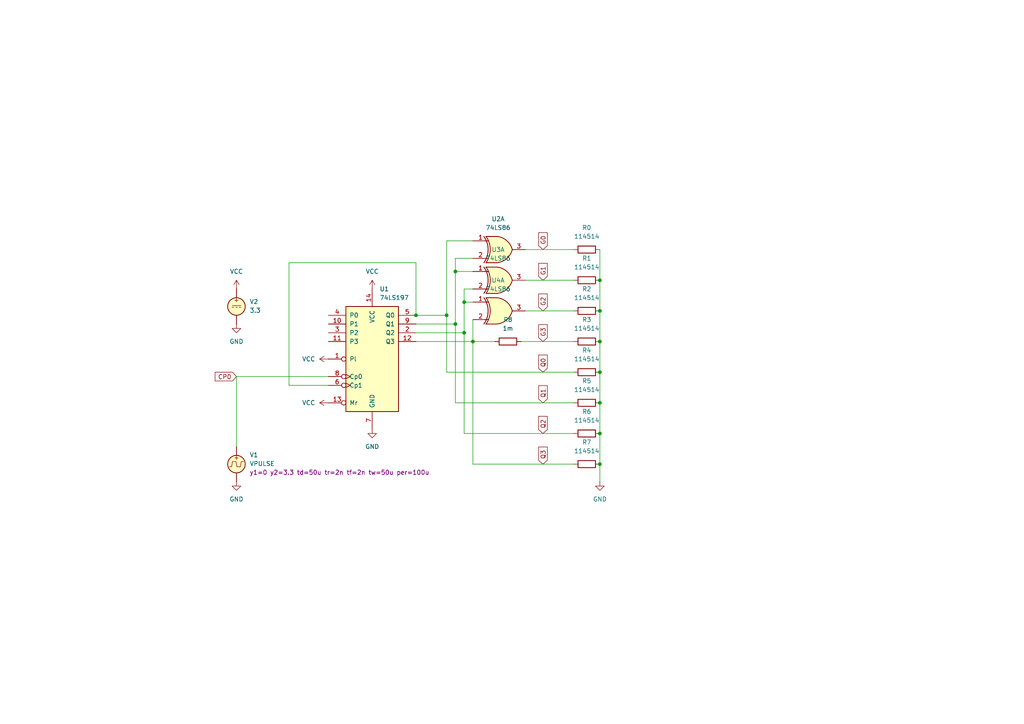
<source format=kicad_sch>
(kicad_sch (version 20250114) (generator "eeschema") (generator_version "9.0")
  (paper "A4")
  (lib_symbols
    (symbol "74xx:74LS197" (pin_names (offset 1.016))
      (property "Reference" "U" (at -7.62 16.51 0))
      (property "Value" "74LS197" (at -7.62 -16.51 0))
      (symbol "74LS197_1_0"
        (pin input line (at -12.7 12.7 0) (length 5.08) (name "P0") (number "4"))
        (pin input line (at -12.7 10.16 0) (length 5.08) (name "P1") (number "10"))
        (pin input line (at -12.7 7.62 0) (length 5.08) (name "P2") (number "3"))
        (pin input line (at -12.7 5.08 0) (length 5.08) (name "P3") (number "11"))
        (pin input inverted (at -12.7 0 0) (length 5.08) (name "Pl") (number "1"))
        (pin input inverted_clock (at -12.7 -5.08 0) (length 5.08) (name "Cp0") (number "8"))
        (pin input inverted_clock (at -12.7 -7.62 0) (length 5.08) (name "Cp1") (number "6"))
        (pin input inverted (at -12.7 -12.7 0) (length 5.08) (name "Mr") (number "13"))
        (pin power_in line (at 0 20.32 270) (length 5.08) (name "VCC") (number "14"))
        (pin power_in line (at 0 -20.32 90) (length 5.08) (name "GND") (number "7"))
        (pin output line (at 12.7 12.7 180) (length 5.08) (name "Q0") (number "5"))
        (pin output line (at 12.7 10.16 180) (length 5.08) (name "Q1") (number "9"))
        (pin output line (at 12.7 7.62 180) (length 5.08) (name "Q2") (number "2"))
        (pin output line (at 12.7 5.08 180) (length 5.08) (name "Q3") (number "12"))
      )
      (symbol "74LS197_1_1"
        (rectangle (start -7.62 15.24) (end 7.62 -15.24) (stroke (width 0.254)) (fill (type background)))
      )
    )
    (symbol "74xx:74LS86" (pin_names (offset 1.016))
      (property "Reference" "U" (at 0 1.27 0))
      (property "Value" "74LS86" (at 0 -1.27 0))
      (symbol "74LS86_1_0"
        (arc (start -4.4196 3.81) (mid -3.2033 0) (end -4.4196 -3.81) (stroke (width 0.254)))
        (arc (start -3.81 3.81) (mid -2.589 0) (end -3.81 -3.81) (stroke (width 0.254)))
        (polyline (pts (xy -3.81 3.81) (xy -0.635 3.81)) (stroke (width 0.254)) (fill (type background)))
        (polyline (pts (xy -3.81 -3.81) (xy -0.635 -3.81)) (stroke (width 0.254)) (fill (type background)))
        (arc (start 3.81 0) (mid 2.1855 -2.584) (end -0.6096 -3.81) (stroke (width 0.254)) (fill (type background)))
        (arc (start -0.6096 3.81) (mid 2.1928 2.5924) (end 3.81 0) (stroke (width 0.254)) (fill (type background)))
        (polyline (pts (xy -0.635 3.81) (xy -3.81 3.81) (xy -3.81 3.81) (xy -3.556 3.4036) (xy -3.0226 2.2606) (xy -2.6924 1.0414) (xy -2.6162 -0.254) (xy -2.7686 -1.4986) (xy -3.175 -2.7178) (xy -3.81 -3.81) (xy -3.81 -3.81) (xy -0.635 -3.81)) (stroke (width -25.4)) (fill (type background)))
        (pin input line (at -7.62 2.54 0) (length 4.445) (name "~") (number "1"))
        (pin input line (at -7.62 -2.54 0) (length 4.445) (name "~") (number "2"))
        (pin output line (at 7.62 0 180) (length 3.81) (name "~") (number "3"))
      )
      (symbol "74LS86_1_1"
        (polyline (pts (xy -3.81 2.54) (xy -3.175 2.54)) (stroke (width 0.1524)))
        (polyline (pts (xy -3.81 -2.54) (xy -3.175 -2.54)) (stroke (width 0.1524)))
      )
      (symbol "74LS86_2_0"
        (arc (start -4.4196 3.81) (mid -3.2033 0) (end -4.4196 -3.81) (stroke (width 0.254)))
        (arc (start -3.81 3.81) (mid -2.589 0) (end -3.81 -3.81) (stroke (width 0.254)))
        (polyline (pts (xy -3.81 3.81) (xy -0.635 3.81)) (stroke (width 0.254)) (fill (type background)))
        (polyline (pts (xy -3.81 -3.81) (xy -0.635 -3.81)) (stroke (width 0.254)) (fill (type background)))
        (arc (start 3.81 0) (mid 2.1855 -2.584) (end -0.6096 -3.81) (stroke (width 0.254)) (fill (type background)))
        (arc (start -0.6096 3.81) (mid 2.1928 2.5924) (end 3.81 0) (stroke (width 0.254)) (fill (type background)))
        (polyline (pts (xy -0.635 3.81) (xy -3.81 3.81) (xy -3.81 3.81) (xy -3.556 3.4036) (xy -3.0226 2.2606) (xy -2.6924 1.0414) (xy -2.6162 -0.254) (xy -2.7686 -1.4986) (xy -3.175 -2.7178) (xy -3.81 -3.81) (xy -3.81 -3.81) (xy -0.635 -3.81)) (stroke (width -25.4)) (fill (type background)))
        (pin input line (at -7.62 2.54 0) (length 4.445) (name "~") (number "4"))
        (pin input line (at -7.62 -2.54 0) (length 4.445) (name "~") (number "5"))
        (pin output line (at 7.62 0 180) (length 3.81) (name "~") (number "6"))
      )
      (symbol "74LS86_2_1"
        (polyline (pts (xy -3.81 2.54) (xy -3.175 2.54)) (stroke (width 0.1524)))
        (polyline (pts (xy -3.81 -2.54) (xy -3.175 -2.54)) (stroke (width 0.1524)))
      )
      (symbol "74LS86_3_0"
        (arc (start -4.4196 3.81) (mid -3.2033 0) (end -4.4196 -3.81) (stroke (width 0.254)))
        (arc (start -3.81 3.81) (mid -2.589 0) (end -3.81 -3.81) (stroke (width 0.254)))
        (polyline (pts (xy -3.81 3.81) (xy -0.635 3.81)) (stroke (width 0.254)) (fill (type background)))
        (polyline (pts (xy -3.81 -3.81) (xy -0.635 -3.81)) (stroke (width 0.254)) (fill (type background)))
        (arc (start 3.81 0) (mid 2.1855 -2.584) (end -0.6096 -3.81) (stroke (width 0.254)) (fill (type background)))
        (arc (start -0.6096 3.81) (mid 2.1928 2.5924) (end 3.81 0) (stroke (width 0.254)) (fill (type background)))
        (polyline (pts (xy -0.635 3.81) (xy -3.81 3.81) (xy -3.81 3.81) (xy -3.556 3.4036) (xy -3.0226 2.2606) (xy -2.6924 1.0414) (xy -2.6162 -0.254) (xy -2.7686 -1.4986) (xy -3.175 -2.7178) (xy -3.81 -3.81) (xy -3.81 -3.81) (xy -0.635 -3.81)) (stroke (width -25.4)) (fill (type background)))
        (pin input line (at -7.62 2.54 0) (length 4.445) (name "~") (number "9"))
        (pin input line (at -7.62 -2.54 0) (length 4.445) (name "~") (number "10"))
        (pin output line (at 7.62 0 180) (length 3.81) (name "~") (number "8"))
      )
      (symbol "74LS86_3_1"
        (polyline (pts (xy -3.81 2.54) (xy -3.175 2.54)) (stroke (width 0.1524)))
        (polyline (pts (xy -3.81 -2.54) (xy -3.175 -2.54)) (stroke (width 0.1524)))
      )
      (symbol "74LS86_4_0"
        (arc (start -4.4196 3.81) (mid -3.2033 0) (end -4.4196 -3.81) (stroke (width 0.254)))
        (arc (start -3.81 3.81) (mid -2.589 0) (end -3.81 -3.81) (stroke (width 0.254)))
        (polyline (pts (xy -3.81 3.81) (xy -0.635 3.81)) (stroke (width 0.254)) (fill (type background)))
        (polyline (pts (xy -3.81 -3.81) (xy -0.635 -3.81)) (stroke (width 0.254)) (fill (type background)))
        (arc (start 3.81 0) (mid 2.1855 -2.584) (end -0.6096 -3.81) (stroke (width 0.254)) (fill (type background)))
        (arc (start -0.6096 3.81) (mid 2.1928 2.5924) (end 3.81 0) (stroke (width 0.254)) (fill (type background)))
        (polyline (pts (xy -0.635 3.81) (xy -3.81 3.81) (xy -3.81 3.81) (xy -3.556 3.4036) (xy -3.0226 2.2606) (xy -2.6924 1.0414) (xy -2.6162 -0.254) (xy -2.7686 -1.4986) (xy -3.175 -2.7178) (xy -3.81 -3.81) (xy -3.81 -3.81) (xy -0.635 -3.81)) (stroke (width -25.4)) (fill (type background)))
        (pin input line (at -7.62 2.54 0) (length 4.445) (name "~") (number "12"))
        (pin input line (at -7.62 -2.54 0) (length 4.445) (name "~") (number "13"))
        (pin output line (at 7.62 0 180) (length 3.81) (name "~") (number "11"))
      )
      (symbol "74LS86_4_1"
        (polyline (pts (xy -3.81 2.54) (xy -3.175 2.54)) (stroke (width 0.1524)))
        (polyline (pts (xy -3.81 -2.54) (xy -3.175 -2.54)) (stroke (width 0.1524)))
      )
      (symbol "74LS86_5_0"
        (pin power_in line (at 0 12.7 270) (length 5.08) (name "VCC") (number "14"))
        (pin power_in line (at 0 -12.7 90) (length 5.08) (name "GND") (number "7"))
      )
      (symbol "74LS86_5_1"
        (rectangle (start -5.08 7.62) (end 5.08 -7.62) (stroke (width 0.254)) (fill (type background)))
      )
    )
    (symbol "Device:R" (pin_numbers (hide yes)) (pin_names (offset 0))
      (property "Reference" "R" (at 2.032 0 90))
      (property "Value" "R" (at 0 0 90))
      (symbol "R_0_1"
        (rectangle (start -1.016 -2.54) (end 1.016 2.54) (stroke (width 0.254)))
      )
      (symbol "R_1_1"
        (pin passive line (at 0 3.81 270) (length 1.27) (name "~") (number "1"))
        (pin passive line (at 0 -3.81 90) (length 1.27) (name "~") (number "2"))
      )
    )
    (symbol "Simulation_SPICE:VDC" (pin_numbers (hide yes)) (pin_names (offset 0.0254))
      (property "Reference" "V" (at 2.54 2.54 0))
      (property "Value" "1" (at 2.54 0 0))
      (symbol "VDC_0_0"
        (polyline (pts (xy -1.27 0.254) (xy 1.27 0.254)))
        (polyline (pts (xy -0.762 -0.254) (xy -1.27 -0.254)))
        (polyline (pts (xy 0.254 -0.254) (xy -0.254 -0.254)))
        (polyline (pts (xy 1.27 -0.254) (xy 0.762 -0.254)))
        (text "+" (at 0 1.905 0) (effects (font (size 1.27 1.27))))
      )
      (symbol "VDC_0_1"
        (circle (center 0 0) (radius 2.54) (stroke (width 0.254)) (fill (type background)))
      )
      (symbol "VDC_1_1"
        (pin passive line (at 0 5.08 270) (length 2.54) (name "~") (number "1"))
        (pin passive line (at 0 -5.08 90) (length 2.54) (name "~") (number "2"))
      )
    )
    (symbol "Simulation_SPICE:VPULSE" (pin_numbers (hide yes)) (pin_names (offset 0.0254))
      (property "Reference" "V" (at 2.54 2.54 0))
      (property "Value" "VPULSE" (at 2.54 0 0))
      (property "Sim.Params" "y1=0 y2=1 td=2n tr=2n tf=2n tw=50n per=100n" (at 2.54 -2.54 0))
      (symbol "VPULSE_0_0"
        (polyline (pts (xy -2.032 -0.762) (xy -1.397 -0.762) (xy -1.143 0.762) (xy -0.127 0.762) (xy 0.127 -0.762) (xy 1.143 -0.762) (xy 1.397 0.762) (xy 2.032 0.762)))
        (text "+" (at 0 1.905 0) (effects (font (size 1.27 1.27))))
      )
      (symbol "VPULSE_0_1"
        (circle (center 0 0) (radius 2.54) (stroke (width 0.254)) (fill (type background)))
      )
      (symbol "VPULSE_1_1"
        (pin passive line (at 0 5.08 270) (length 2.54) (name "~") (number "1"))
        (pin passive line (at 0 -5.08 90) (length 2.54) (name "~") (number "2"))
      )
    )
    (symbol "power:GND" (power) (pin_numbers (hide yes)) (pin_names (offset 0) (hide yes))
      (property "Value" "GND" (at 0 -3.81 0))
      (symbol "GND_0_1"
        (polyline (pts (xy 0 0) (xy 0 -1.27) (xy 1.27 -1.27) (xy 0 -2.54) (xy -1.27 -1.27) (xy 0 -1.27)))
      )
      (symbol "GND_1_1"
        (pin power_in line (at 0 0 270) (length 0) (name "~") (number "1"))
      )
    )
    (symbol "power:VCC" (power) (pin_numbers (hide yes)) (pin_names (offset 0) (hide yes))
      (property "Value" "VCC" (at 0 3.556 0))
      (symbol "VCC_0_1"
        (polyline (pts (xy -0.762 1.27) (xy 0 2.54)))
        (polyline (pts (xy 0 2.54) (xy 0.762 1.27)))
        (polyline (pts (xy 0 0) (xy 0 2.54)))
      )
      (symbol "VCC_1_1"
        (pin power_in line (at 0 0 90) (length 0) (name "~") (number "1"))
      )
    )
  )
  (junction (at 132.08 93.98))
  (junction (at 173.99 90.17))
  (junction (at 137.16 99.06))
  (junction (at 173.99 107.95))
  (junction (at 132.08 78.74))
  (junction (at 173.99 99.06))
  (junction (at 129.54 91.44))
  (junction (at 173.99 134.62))
  (junction (at 173.99 116.84))
  (junction (at 134.62 96.52))
  (junction (at 173.99 125.73))
  (junction (at 120.65 91.44))
  (junction (at 173.99 81.28))
  (junction (at 134.62 87.63))
  (wire (pts (xy 173.99 90.17) (xy 173.99 99.06)))
  (wire (pts (xy 120.65 96.52) (xy 134.62 96.52)))
  (wire (pts (xy 166.37 72.39) (xy 152.4 72.39)))
  (wire (pts (xy 173.99 134.62) (xy 173.99 139.7)))
  (wire (pts (xy 166.37 90.17) (xy 152.4 90.17)))
  (wire (pts (xy 68.58 109.22) (xy 68.58 129.54)))
  (wire (pts (xy 83.82 111.76) (xy 95.25 111.76)))
  (wire (pts (xy 137.16 69.85) (xy 129.54 69.85)))
  (wire (pts (xy 129.54 69.85) (xy 129.54 91.44)))
  (wire (pts (xy 166.37 134.62) (xy 137.16 134.62)))
  (wire (pts (xy 132.08 78.74) (xy 137.16 78.74)))
  (wire (pts (xy 83.82 76.2) (xy 83.82 111.76)))
  (wire (pts (xy 137.16 134.62) (xy 137.16 99.06)))
  (wire (pts (xy 132.08 116.84) (xy 132.08 93.98)))
  (wire (pts (xy 134.62 96.52) (xy 134.62 87.63)))
  (wire (pts (xy 134.62 87.63) (xy 137.16 87.63)))
  (wire (pts (xy 137.16 74.93) (xy 132.08 74.93)))
  (wire (pts (xy 134.62 83.82) (xy 134.62 87.63)))
  (wire (pts (xy 120.65 93.98) (xy 132.08 93.98)))
  (wire (pts (xy 132.08 74.93) (xy 132.08 78.74)))
  (wire (pts (xy 137.16 83.82) (xy 134.62 83.82)))
  (wire (pts (xy 129.54 91.44) (xy 129.54 107.95)))
  (wire (pts (xy 129.54 107.95) (xy 166.37 107.95)))
  (wire (pts (xy 173.99 81.28) (xy 173.99 90.17)))
  (wire (pts (xy 173.99 125.73) (xy 173.99 134.62)))
  (wire (pts (xy 120.65 91.44) (xy 120.65 76.2)))
  (wire (pts (xy 173.99 72.39) (xy 173.99 81.28)))
  (wire (pts (xy 129.54 91.44) (xy 120.65 91.44)))
  (wire (pts (xy 132.08 93.98) (xy 132.08 78.74)))
  (wire (pts (xy 166.37 81.28) (xy 152.4 81.28)))
  (wire (pts (xy 137.16 92.71) (xy 137.16 99.06)))
  (wire (pts (xy 173.99 99.06) (xy 173.99 107.95)))
  (wire (pts (xy 120.65 76.2) (xy 83.82 76.2)))
  (wire (pts (xy 134.62 125.73) (xy 134.62 96.52)))
  (wire (pts (xy 166.37 125.73) (xy 134.62 125.73)))
  (wire (pts (xy 68.58 109.22) (xy 95.25 109.22)))
  (wire (pts (xy 151.13 99.06) (xy 166.37 99.06)))
  (wire (pts (xy 173.99 107.95) (xy 173.99 116.84)))
  (wire (pts (xy 137.16 99.06) (xy 143.51 99.06)))
  (wire (pts (xy 173.99 116.84) (xy 173.99 125.73)))
  (wire (pts (xy 166.37 116.84) (xy 132.08 116.84)))
  (wire (pts (xy 120.65 99.06) (xy 137.16 99.06)))
  (global_label "Q2" (shape input) (at 157.48 125.73 90) (property "Intersheetrefs" "${INTERSHEET_REFS}" (effects (hide yes))))
  (global_label "CP0" (shape input) (at 68.58 109.22 180) (property "Intersheetrefs" "${INTERSHEET_REFS}" (effects (hide yes))))
  (global_label "Q0" (shape input) (at 157.48 107.95 90) (property "Intersheetrefs" "${INTERSHEET_REFS}" (effects (hide yes))))
  (global_label "G1" (shape input) (at 157.48 81.28 90) (property "Intersheetrefs" "${INTERSHEET_REFS}" (effects (hide yes))))
  (global_label "G3" (shape input) (at 157.48 99.06 90) (property "Intersheetrefs" "${INTERSHEET_REFS}" (effects (hide yes))))
  (global_label "Q3" (shape input) (at 157.48 134.62 90) (property "Intersheetrefs" "${INTERSHEET_REFS}" (effects (hide yes))))
  (global_label "Q1" (shape input) (at 157.48 116.84 90) (property "Intersheetrefs" "${INTERSHEET_REFS}" (effects (hide yes))))
  (global_label "G0" (shape input) (at 157.48 72.39 90) (property "Intersheetrefs" "${INTERSHEET_REFS}" (effects (hide yes))))
  (global_label "G2" (shape input) (at 157.48 90.17 90) (property "Intersheetrefs" "${INTERSHEET_REFS}" (effects (hide yes))))
  (symbol (lib_id "Device:R") (at 147.32 99.06 90) (unit 1)
    (property "Reference" "R8" (at 147.32 92.71 90))
    (property "Value" "1m" (at 147.32 95.25 90))
    (property "Description" "Resistor" (effects (hide yes)))
  )
  (symbol (lib_id "Device:R") (at 170.18 116.84 90) (unit 1)
    (property "Reference" "R5" (at 170.18 110.49 90))
    (property "Value" "114514" (at 170.18 113.03 90))
    (property "Description" "Resistor" (effects (hide yes)))
  )
  (symbol (lib_id "power:VCC") (at 95.25 104.14 90) (unit 1)
    (property "Reference" "#PWR07" (effects (hide yes)))
    (property "Value" "VCC" (at 91.44 104.1399 90) (effects (justify left)))
    (property "Description" "Power symbol creates a global label with name \"VCC\"" (effects (hide yes)))
  )
  (symbol (lib_id "74xx:74LS86") (at 144.78 81.28 0) (unit 1)
    (property "Reference" "U3" (at 144.4752 72.39 0))
    (property "Value" "74LS86" (at 144.4752 74.93 0))
    (property "Datasheet" "74xx/74ls86.pdf" (effects (hide yes)))
    (property "Description" "Quad 2-input XOR" (effects (hide yes)))
    (property "Sim.Library" "../74LS86.lib" (effects (hide yes)))
    (property "Sim.Name" "74LS86" (effects (hide yes)))
    (property "Sim.Device" "SUBCKT" (effects (hide yes)))
    (property "Sim.Pins" "1=A1 2=B1 3=Y1" (effects (hide yes)))
  )
  (symbol (lib_id "Device:R") (at 170.18 72.39 90) (unit 1)
    (property "Reference" "R0" (at 170.18 66.04 90))
    (property "Value" "114514" (at 170.18 68.58 90))
    (property "Description" "Resistor" (effects (hide yes)))
  )
  (symbol (lib_id "Device:R") (at 170.18 134.62 90) (unit 1)
    (property "Reference" "R7" (at 170.18 128.27 90))
    (property "Value" "114514" (at 170.18 130.81 90))
    (property "Description" "Resistor" (effects (hide yes)))
  )
  (symbol (lib_id "74xx:74LS86") (at 144.78 72.39 0) (unit 1)
    (property "Reference" "U2" (at 144.4752 63.5 0))
    (property "Value" "74LS86" (at 144.4752 66.04 0))
    (property "Datasheet" "74xx/74ls86.pdf" (effects (hide yes)))
    (property "Description" "Quad 2-input XOR" (effects (hide yes)))
    (property "Sim.Library" "../74LS86.lib" (effects (hide yes)))
    (property "Sim.Name" "74LS86" (effects (hide yes)))
    (property "Sim.Device" "SUBCKT" (effects (hide yes)))
    (property "Sim.Pins" "1=A1 2=B1 3=Y1" (effects (hide yes)))
  )
  (symbol (lib_id "power:GND") (at 173.99 139.7 0) (unit 1)
    (property "Reference" "#PWR06" (effects (hide yes)))
    (property "Value" "GND" (at 173.99 144.78 0))
    (property "Description" "Power symbol creates a global label with name \"GND\" , ground" (effects (hide yes)))
  )
  (symbol (lib_id "Device:R") (at 170.18 125.73 90) (unit 1)
    (property "Reference" "R6" (at 170.18 119.38 90))
    (property "Value" "114514" (at 170.18 121.92 90))
    (property "Description" "Resistor" (effects (hide yes)))
  )
  (symbol (lib_id "Device:R") (at 170.18 107.95 90) (unit 1)
    (property "Reference" "R4" (at 170.18 101.6 90))
    (property "Value" "114514" (at 170.18 104.14 90))
    (property "Description" "Resistor" (effects (hide yes)))
  )
  (symbol (lib_id "power:VCC") (at 68.58 83.82 0) (unit 1)
    (property "Reference" "#PWR04" (effects (hide yes)))
    (property "Value" "VCC" (at 68.58 78.74 0))
    (property "Description" "Power symbol creates a global label with name \"VCC\"" (effects (hide yes)))
  )
  (symbol (lib_id "Device:R") (at 170.18 81.28 90) (unit 1)
    (property "Reference" "R1" (at 170.18 74.93 90))
    (property "Value" "114514" (at 170.18 77.47 90))
    (property "Description" "Resistor" (effects (hide yes)))
  )
  (symbol (lib_id "Simulation_SPICE:VDC") (at 68.58 88.9 0) (unit 1)
    (property "Reference" "V2" (at 72.39 87.5001 0) (effects (justify left)))
    (property "Value" "3.3" (at 72.39 90.0401 0) (effects (justify left)))
    (property "Datasheet" "https://ngspice.sourceforge.io/docs/ngspice-html-manual/manual.xhtml#sec_Independent_Sources_for" (effects (hide yes)))
    (property "Description" "Voltage source, DC" (effects (hide yes)))
    (property "Sim.Pins" "1=+ 2=-" (effects (hide yes)))
    (property "Sim.Type" "DC" (effects (hide yes)))
    (property "Sim.Device" "V" (effects (hide yes)))
  )
  (symbol (lib_id "Simulation_SPICE:VPULSE") (at 68.58 134.62 0) (unit 1)
    (property "Reference" "V1" (at 72.39 131.9501 0) (effects (justify left)))
    (property "Value" "VPULSE" (at 72.39 134.4901 0) (effects (justify left)))
    (property "Datasheet" "https://ngspice.sourceforge.io/docs/ngspice-html-manual/manual.xhtml#sec_Independent_Sources_for" (effects (hide yes)))
    (property "Description" "Voltage source, pulse" (effects (hide yes)))
    (property "Sim.Pins" "1=+ 2=-" (effects (hide yes)))
    (property "Sim.Type" "PULSE" (effects (hide yes)))
    (property "Sim.Device" "V" (effects (hide yes)))
    (property "Sim.Params" "y1=0 y2=3.3 td=50u tr=2n tf=2n tw=50u per=100u" (at 72.39 137.0301 0) (effects (justify left)))
  )
  (symbol (lib_id "74xx:74LS86") (at 144.78 90.17 0) (unit 1)
    (property "Reference" "U4" (at 144.4752 81.28 0))
    (property "Value" "74LS86" (at 144.4752 83.82 0))
    (property "Datasheet" "74xx/74ls86.pdf" (effects (hide yes)))
    (property "Description" "Quad 2-input XOR" (effects (hide yes)))
    (property "Sim.Library" "../74LS86.lib" (effects (hide yes)))
    (property "Sim.Name" "74LS86" (effects (hide yes)))
    (property "Sim.Device" "SUBCKT" (effects (hide yes)))
    (property "Sim.Pins" "1=A1 2=B1 3=Y1" (effects (hide yes)))
  )
  (symbol (lib_id "power:GND") (at 68.58 93.98 0) (unit 1)
    (property "Reference" "#PWR05" (effects (hide yes)))
    (property "Value" "GND" (at 68.58 99.06 0))
    (property "Description" "Power symbol creates a global label with name \"GND\" , ground" (effects (hide yes)))
  )
  (symbol (lib_id "power:GND") (at 68.58 139.7 0) (unit 1)
    (property "Reference" "#PWR02" (effects (hide yes)))
    (property "Value" "GND" (at 68.58 144.78 0))
    (property "Description" "Power symbol creates a global label with name \"GND\" , ground" (effects (hide yes)))
  )
  (symbol (lib_id "power:VCC") (at 107.95 83.82 0) (unit 1)
    (property "Reference" "#PWR03" (effects (hide yes)))
    (property "Value" "VCC" (at 107.95 78.74 0))
    (property "Description" "Power symbol creates a global label with name \"VCC\"" (effects (hide yes)))
  )
  (symbol (lib_id "power:VCC") (at 95.25 116.84 90) (unit 1)
    (property "Reference" "#PWR08" (effects (hide yes)))
    (property "Value" "VCC" (at 91.44 116.8399 90) (effects (justify left)))
    (property "Description" "Power symbol creates a global label with name \"VCC\"" (effects (hide yes)))
  )
  (symbol (lib_id "Device:R") (at 170.18 90.17 90) (unit 1)
    (property "Reference" "R2" (at 170.18 83.82 90))
    (property "Value" "114514" (at 170.18 86.36 90))
    (property "Description" "Resistor" (effects (hide yes)))
  )
  (symbol (lib_id "power:GND") (at 107.95 124.46 0) (unit 1)
    (property "Reference" "#PWR01" (effects (hide yes)))
    (property "Value" "GND" (at 107.95 129.54 0))
    (property "Description" "Power symbol creates a global label with name \"GND\" , ground" (effects (hide yes)))
  )
  (symbol (lib_id "Device:R") (at 170.18 99.06 90) (unit 1)
    (property "Reference" "R3" (at 170.18 92.71 90))
    (property "Value" "114514" (at 170.18 95.25 90))
    (property "Description" "Resistor" (effects (hide yes)))
  )
  (symbol (lib_id "74xx:74LS197") (at 107.95 104.14 0) (unit 1)
    (property "Reference" "U1" (at 110.0933 83.82 0) (effects (justify left)))
    (property "Value" "74LS197" (at 110.0933 86.36 0) (effects (justify left)))
    (property "Datasheet" "http://www.ti.com/lit/gpn/sn74LS197" (effects (hide yes)))
    (property "Description" "4 (3+1)-bit presettable binary counter" (effects (hide yes)))
    (property "Sim.Library" "../74LS197.lib" (effects (hide yes)))
    (property "Sim.Name" "74LS197" (effects (hide yes)))
    (property "Sim.Device" "SUBCKT" (effects (hide yes)))
    (property "Sim.Pins" "1=LOADBAR 2=QC 3=C 4=A 5=QA 6=CLK2 7=DGND 8=CLK1 9=QB 10=B 11=D 12=QD 13=CLRBAR 14=DPWR" (effects (hide yes)))
  )
)
</source>
